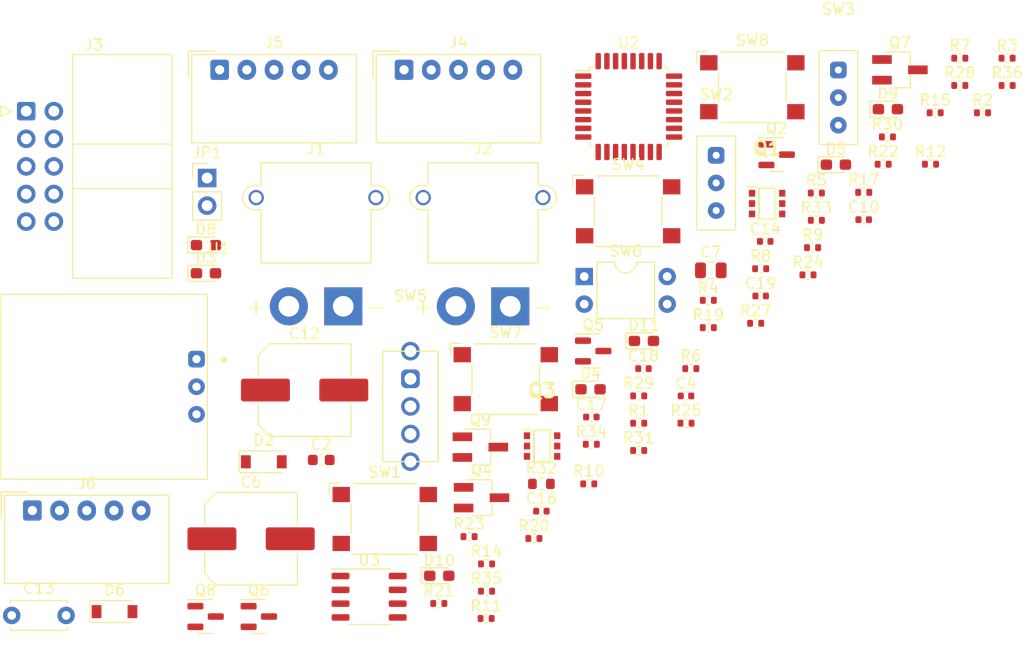
<source format=kicad_pcb>
(kicad_pcb (version 20211014) (generator pcbnew)
  (layers (0 "F.Cu" signal) (31 "B.Cu" signal) (34 "B.Paste" user) (35 "F.Paste" user) (36 "B.SilkS" user "B.Silkscreen") (37 "F.SilkS" user "F.Silkscreen") (38 "B.Mask" user) (39 "F.Mask" user) (44 "Edge.Cuts" user))
  (net 0 "")
  (net 1 "/S-S")
  (net 2 "Net-(C2-Pad2)")
  (net 3 "VBUS")
  (net 4 "GND")
  (net 5 "VDD")
  (net 6 "VCC")
  (net 7 "/VSYS")
  (net 8 "+3.3V")
  (net 9 "Net-(C13-Pad2)")
  (net 10 "Net-(D3-Pad2)")
  (net 11 "Net-(D4-Pad2)")
  (net 12 "Net-(D5-Pad2)")
  (net 14 "Net-(D8-Pad2)")
  (net 15 "Net-(D9-Pad2)")
  (net 16 "Net-(D10-Pad2)")
  (net 17 "Net-(D11-Pad2)")
  (net 18 "+12V")
  (net 20 "TCK")
  (net 21 "TMS")
  (net 22 "NRST")
  (net 24 "MainRX2_STLinkTX")
  (net 25 "MainTX2_STLinkRX")
  (net 27 "I2C1_SCL")
  (net 28 "I2C1_SDA")
  (net 29 "Encoder_OUT")
  (net 32 "RS485_MD_A")
  (net 33 "RS485_MD_B")
  (net 35 "Net-(JP1-Pad2)")
  (net 36 "Net-(Q2-Pad3)")
  (net 37 "主電源スイッチ")
  (net 38 "Net-(Q4-Pad1)")
  (net 39 "IndicatorLED")
  (net 40 "Net-(Q6-Pad1)")
  (net 41 "Net-(Q9-Pad1)")
  (net 42 "Net-(Q9-Pad3)")
  (net 43 "Tact_Switch1")
  (net 44 "Slide_Switch1")
  (net 45 "Slide_Switch2")
  (net 46 "Tact_Switch2")
  (net 47 "LED1")
  (net 48 "LED2")
  (net 49 "LED3")
  (net 50 "2PSW1")
  (net 51 "2PSW2")
  (net 52 "BOOT0")
  (net 53 "MainTX1_MAX3485RX")
  (net 60 "MainRX1_MAX3485TX")
  (footprint "Package_TO_SOT_SMD:SOT-23" (layer "F.Cu") (at 88.84 31.61)
    (fp_text reference "Q2" (at 0 -2.4) (layer "F.SilkS"))
    (fp_text value "Q_NMOS_GSD")
    (pad "1" smd roundrect (at -0.9375 -0.95) (size 1.475 0.6) (layers "F.Cu" "F.Paste" "F.Mask") (net 37 "主電源スイッチ"))
    (pad "2" smd roundrect (at -0.9375 0.95) (size 1.475 0.6) (layers "F.Cu" "F.Paste" "F.Mask") (net 4 "GND"))
    (pad "3" smd roundrect (at 0.9375 0) (size 1.475 0.6) (layers "F.Cu" "F.Paste" "F.Mask") (net 36 "Net-(Q2-Pad3)"))
  )
  (footprint "Resistor_SMD:R_0402_1005Metric" (layer "F.Cu") (at 80.51 56.31)
    (fp_text reference "R25" (at 0 -1.17) (layer "F.SilkS"))
    (fp_text value "10k")
    (pad "1" smd roundrect (at -0.51 0) (size 0.54 0.64) (layers "F.Cu" "F.Paste" "F.Mask") (net 8 "+3.3V"))
    (pad "2" smd roundrect (at 0.51 0) (size 0.54 0.64) (layers "F.Cu" "F.Paste" "F.Mask") (net 22 "NRST"))
  )
  (footprint "Capacitor_SMD:C_0402_1005Metric" (layer "F.Cu") (at 87.37 44.61)
    (fp_text reference "C19" (at 0 -1.16) (layer "F.SilkS"))
    (fp_text value "0.1uF")
    (pad "1" smd roundrect (at -0.48 0) (size 0.56 0.62) (layers "F.Cu" "F.Paste" "F.Mask") (net 8 "+3.3V"))
    (pad "2" smd roundrect (at 0.48 0) (size 0.56 0.62) (layers "F.Cu" "F.Paste" "F.Mask") (net 4 "GND"))
  )
  (footprint "Resistor_SMD:R_0402_1005Metric" (layer "F.Cu") (at 62.14 74.27)
    (fp_text reference "R11" (at 0 -1.17) (layer "F.SilkS"))
    (fp_text value "1k")
    (pad "1" smd roundrect (at -0.51 0) (size 0.54 0.64) (layers "F.Cu" "F.Paste" "F.Mask") (net 12 "Net-(D5-Pad2)"))
    (pad "2" smd roundrect (at 0.51 0) (size 0.54 0.64) (layers "F.Cu" "F.Paste" "F.Mask") (net 49 "LED3"))
  )
  (footprint "Package_TO_SOT_SMD:SOT-23" (layer "F.Cu") (at 36.36 74.09)
    (fp_text reference "Q8" (at 0 -2.4) (layer "F.SilkS"))
    (fp_text value "Q_PMOS_GSD")
    (pad "1" smd roundrect (at -0.9375 -0.95) (size 1.475 0.6) (layers "F.Cu" "F.Paste" "F.Mask") (net 9 "Net-(C13-Pad2)"))
    (pad "2" smd roundrect (at -0.9375 0.95) (size 1.475 0.6) (layers "F.Cu" "F.Paste" "F.Mask") (net 8 "+3.3V"))
    (pad "3" smd roundrect (at 0.9375 0) (size 1.475 0.6) (layers "F.Cu" "F.Paste" "F.Mask") (net 39 "IndicatorLED"))
  )
  (footprint "Resistor_SMD:R_0402_1005Metric" (layer "F.Cu") (at 82.56 47.52)
    (fp_text reference "R19" (at 0 -1.17) (layer "F.SilkS"))
    (fp_text value "10k")
    (pad "1" smd roundrect (at -0.51 0) (size 0.54 0.64) (layers "F.Cu" "F.Paste" "F.Mask") (net 4 "GND"))
    (pad "2" smd roundrect (at 0.51 0) (size 0.54 0.64) (layers "F.Cu" "F.Paste" "F.Mask") (net 3 "VBUS"))
  )
  (footprint "Capacitor_SMD:C_0402_1005Metric" (layer "F.Cu") (at 96.84 37.59)
    (fp_text reference "C10" (at 0 -1.16) (layer "F.SilkS"))
    (fp_text value "1uF")
    (pad "1" smd roundrect (at -0.48 0) (size 0.56 0.62) (layers "F.Cu" "F.Paste" "F.Mask") (net 7 "/VSYS"))
    (pad "2" smd roundrect (at 0.48 0) (size 0.56 0.62) (layers "F.Cu" "F.Paste" "F.Mask") (net 4 "GND"))
  )
  (footprint "Button_Switch_SMD:SW_SPST_Omron_B3FS-100xP" (layer "F.Cu") (at 86.605 25.41)
    (fp_text reference "SW8" (at 0 -4.3) (layer "F.SilkS"))
    (fp_text value "SW_SPST")
    (pad "1" smd rect (at -4 -2.25 180) (size 1.6 1.4) (layers "F.Cu" "F.Paste" "F.Mask") (net 22 "NRST"))
    (pad "1" smd rect (at 4 -2.25 180) (size 1.6 1.4) (layers "F.Cu" "F.Paste" "F.Mask") (net 22 "NRST"))
    (pad "2" smd rect (at 4 2.25 180) (size 1.6 1.4) (layers "F.Cu" "F.Paste" "F.Mask") (net 4 "GND"))
    (pad "2" smd rect (at -4 2.25 180) (size 1.6 1.4) (layers "F.Cu" "F.Paste" "F.Mask") (net 4 "GND"))
  )
  (footprint "Resistor_SMD:R_0402_1005Metric" (layer "F.Cu") (at 92.14 40.16)
    (fp_text reference "R9" (at 0 -1.17) (layer "F.SilkS"))
    (fp_text value "1k")
    (pad "1" smd roundrect (at -0.51 0) (size 0.54 0.64) (layers "F.Cu" "F.Paste" "F.Mask") (net 10 "Net-(D3-Pad2)"))
    (pad "2" smd roundrect (at 0.51 0) (size 0.54 0.64) (layers "F.Cu" "F.Paste" "F.Mask") (net 47 "LED1"))
  )
  (footprint "LED_SMD:LED_0603_1608Metric_Pad1.05x0.95mm_HandSolder" (layer "F.Cu") (at 57.835 70.34)
    (fp_text reference "D10" (at 0 -1.43) (layer "F.SilkS"))
    (fp_text value "Green")
    (pad "1" smd roundrect (at -0.875 0) (size 1.05 0.95) (layers "F.Cu" "F.Paste" "F.Mask") (net 4 "GND"))
    (pad "2" smd roundrect (at 0.875 0) (size 1.05 0.95) (layers "F.Cu" "F.Paste" "F.Mask") (net 16 "Net-(D10-Pad2)"))
  )
  (footprint "Diode_SMD:D_SOD-123" (layer "F.Cu") (at 27.99 73.64)
    (fp_text reference "D6" (at 0 -2) (layer "F.SilkS"))
    (fp_text value "D")
    (pad "1" smd rect (at -1.65 0) (size 0.9 1.2) (layers "F.Cu" "F.Paste" "F.Mask") (net 6 "VCC"))
    (pad "2" smd rect (at 1.65 0) (size 0.9 1.2) (layers "F.Cu" "F.Paste" "F.Mask") (net 7 "/VSYS"))
  )
  (footprint "Resistor_SMD:R_0402_1005Metric" (layer "F.Cu") (at 92.49 35.14)
    (fp_text reference "R5" (at 0 -1.17) (layer "F.SilkS"))
    (fp_text value "10k")
    (pad "1" smd roundrect (at -0.51 0) (size 0.54 0.64) (layers "F.Cu" "F.Paste" "F.Mask") (net 4 "GND"))
    (pad "2" smd roundrect (at 0.51 0) (size 0.54 0.64) (layers "F.Cu" "F.Paste" "F.Mask") (net 46 "Tact_Switch2"))
  )
  (footprint "Package_TO_SOT_SMD:SC-59_Handsoldering" (layer "F.Cu") (at 100.17 23.81)
    (fp_text reference "Q7" (at 0 -2.5) (layer "F.SilkS"))
    (fp_text value "Q_PNP_BEC")
    (pad "1" smd rect (at -1.65 -0.95) (size 1.8 0.8) (layers "F.Cu" "F.Paste" "F.Mask") (net 38 "Net-(Q4-Pad1)"))
    (pad "2" smd rect (at -1.65 0.95) (size 1.8 0.8) (layers "F.Cu" "F.Paste" "F.Mask") (net 8 "+3.3V"))
    (pad "3" smd rect (at 1.65 0) (size 1.8 0.8) (layers "F.Cu" "F.Paste" "F.Mask") (net 40 "Net-(Q6-Pad1)"))
  )
  (footprint "LED_SMD:LED_0603_1608Metric_Pad1.05x0.95mm_HandSolder" (layer "F.Cu") (at 71.735 53.19)
    (fp_text reference "D4" (at 0 -1.43) (layer "F.SilkS"))
    (fp_text value "LED")
    (pad "1" smd roundrect (at -0.875 0) (size 1.05 0.95) (layers "F.Cu" "F.Paste" "F.Mask") (net 4 "GND"))
    (pad "2" smd roundrect (at 0.875 0) (size 1.05 0.95) (layers "F.Cu" "F.Paste" "F.Mask") (net 11 "Net-(D4-Pad2)"))
  )
  (footprint "Button_Switch_SMD:SW_SPST_Omron_B3FS-100xP" (layer "F.Cu") (at 63.945 52.26)
    (fp_text reference "SW7" (at 0 -4.3) (layer "F.SilkS"))
    (fp_text value "SW_SPST")
    (pad "1" smd rect (at -4 -2.25 180) (size 1.6 1.4) (layers "F.Cu" "F.Paste" "F.Mask") (net 52 "BOOT0"))
    (pad "1" smd rect (at 4 -2.25 180) (size 1.6 1.4) (layers "F.Cu" "F.Paste" "F.Mask") (net 52 "BOOT0"))
    (pad "2" smd rect (at -4 2.25 180) (size 1.6 1.4) (layers "F.Cu" "F.Paste" "F.Mask") (net 8 "+3.3V"))
    (pad "2" smd rect (at 4 2.25 180) (size 1.6 1.4) (layers "F.Cu" "F.Paste" "F.Mask") (net 8 "+3.3V"))
  )
  (footprint "Package_TO_SOT_SMD:SOT-23" (layer "F.Cu") (at 71.98 49.67)
    (fp_text reference "Q5" (at 0 -2.4) (layer "F.SilkS"))
    (fp_text value "Q_PMOS_GSD")
    (pad "1" smd roundrect (at -0.9375 -0.95) (size 1.475 0.6) (layers "F.Cu" "F.Paste" "F.Mask") (net 9 "Net-(C13-Pad2)"))
    (pad "2" smd roundrect (at -0.9375 0.95) (size 1.475 0.6) (layers "F.Cu" "F.Paste" "F.Mask") (net 3 "VBUS"))
    (pad "3" smd roundrect (at 0.9375 0) (size 1.475 0.6) (layers "F.Cu" "F.Paste" "F.Mask") (net 39 "IndicatorLED"))
  )
  (footprint "Resistor_SMD:R_0402_1005Metric" (layer "F.Cu") (at 76.16 53.8)
    (fp_text reference "R29" (at 0 -1.17) (layer "F.SilkS"))
    (fp_text value "1k")
    (pad "1" smd roundrect (at -0.51 0) (size 0.54 0.64) (layers "F.Cu" "F.Paste" "F.Mask") (net 15 "Net-(D9-Pad2)"))
    (pad "2" smd roundrect (at 0.51 0) (size 0.54 0.64) (layers "F.Cu" "F.Paste" "F.Mask") (net 3 "VBUS"))
  )
  (footprint "Resistor_SMD:R_0402_1005Metric" (layer "F.Cu") (at 62.18 71.76)
    (fp_text reference "R35" (at 0 -1.17) (layer "F.SilkS"))
    (fp_text value "2.2k")
    (pad "1" smd roundrect (at -0.51 0) (size 0.54 0.64) (layers "F.Cu" "F.Paste" "F.Mask") (net 33 "RS485_MD_B"))
    (pad "2" smd roundrect (at 0.51 0) (size 0.54 0.64) (layers "F.Cu" "F.Paste" "F.Mask") (net 4 "GND"))
  )
  (footprint "Package_TO_SOT_SMD:SOT-23" (layer "F.Cu") (at 41.25 74.09)
    (fp_text reference "Q6" (at 0 -2.4) (layer "F.SilkS"))
    (fp_text value "Q_PMOS_GSD")
    (pad "1" smd roundrect (at -0.9375 -0.95) (size 1.475 0.6) (layers "F.Cu" "F.Paste" "F.Mask") (net 40 "Net-(Q6-Pad1)"))
    (pad "2" smd roundrect (at -0.9375 0.95) (size 1.475 0.6) (layers "F.Cu" "F.Paste" "F.Mask") (net 8 "+3.3V"))
    (pad "3" smd roundrect (at 0.9375 0) (size 1.475 0.6) (layers "F.Cu" "F.Paste" "F.Mask") (net 7 "/VSYS"))
  )
  (footprint "Capacitor_SMD:C_Elec_8x10.2" (layer "F.Cu") (at 45.46 53.26)
    (fp_text reference "C12" (at 0 -5.2) (layer "F.SilkS"))
    (fp_text value "470uF")
    (pad "1" smd roundrect (at -3.6 0) (size 4.5 2.1) (layers "F.Cu" "F.Paste" "F.Mask") (roundrect_rratio 0.119048) (net 8 "+3.3V"))
    (pad "2" smd roundrect (at 3.6 0) (size 4.5 2.1) (layers "F.Cu" "F.Paste" "F.Mask") (roundrect_rratio 0.119048) (net 4 "GND"))
  )
  (footprint "Resistor_SMD:R_0402_1005Metric" (layer "F.Cu") (at 92.49 37.65)
    (fp_text reference "R33" (at 0 -1.17) (layer "F.SilkS"))
    (fp_text value "20k")
    (pad "1" smd roundrect (at -0.51 0) (size 0.54 0.64) (layers "F.Cu" "F.Paste" "F.Mask") (net 42 "Net-(Q9-Pad3)"))
    (pad "2" smd roundrect (at 0.51 0) (size 0.54 0.64) (layers "F.Cu" "F.Paste" "F.Mask") (net 4 "GND"))
  )
  (footprint "Resistor_SMD:R_0402_1005Metric" (layer "F.Cu") (at 71.81 58.25)
    (fp_text reference "R34" (at 0 -1.17) (layer "F.SilkS"))
    (fp_text value "2.2k")
    (pad "1" smd roundrect (at -0.51 0) (size 0.54 0.64) (layers "F.Cu" "F.Paste" "F.Mask") (net 8 "+3.3V"))
    (pad "2" smd roundrect (at 0.51 0) (size 0.54 0.64) (layers "F.Cu" "F.Paste" "F.Mask") (net 32 "RS485_MD_A"))
  )
  (footprint "Capacitor_SMD:C_0402_1005Metric" (layer "F.Cu") (at 67.22 64.4)
    (fp_text reference "C16" (at 0 -1.16) (layer "F.SilkS"))
    (fp_text value "0.1uF")
    (pad "1" smd roundrect (at -0.48 0) (size 0.56 0.62) (layers "F.Cu" "F.Paste" "F.Mask") (net 8 "+3.3V"))
    (pad "2" smd roundrect (at 0.48 0) (size 0.56 0.62) (layers "F.Cu" "F.Paste" "F.Mask") (net 4 "GND"))
  )
  (footprint "Resistor_SMD:R_0402_1005Metric" (layer "F.Cu") (at 76.16 56.31)
    (fp_text reference "R1" (at 0 -1.17) (layer "F.SilkS"))
    (fp_text value "10k")
    (pad "1" smd roundrect (at -0.51 0) (size 0.54 0.64) (layers "F.Cu" "F.Paste" "F.Mask") (net 4 "GND"))
    (pad "2" smd roundrect (at 0.51 0) (size 0.54 0.64) (layers "F.Cu" "F.Paste" "F.Mask") (net 43 "Tact_Switch1"))
  )
  (footprint "Resistor_SMD:R_0402_1005Metric" (layer "F.Cu") (at 71.57 61.89)
    (fp_text reference "R10" (at 0 -1.17) (layer "F.SilkS"))
    (fp_text value "1k")
    (pad "1" smd roundrect (at -0.51 0) (size 0.54 0.64) (layers "F.Cu" "F.Paste" "F.Mask") (net 11 "Net-(D4-Pad2)"))
    (pad "2" smd roundrect (at 0.51 0) (size 0.54 0.64) (layers "F.Cu" "F.Paste" "F.Mask") (net 48 "LED2"))
  )
  (footprint "Resistor_SMD:R_0402_1005Metric" (layer "F.Cu") (at 105.67 25.25)
    (fp_text reference "R28" (at 0 -1.17) (layer "F.SilkS"))
    (fp_text value "1k")
    (pad "1" smd roundrect (at -0.51 0) (size 0.54 0.64) (layers "F.Cu" "F.Paste" "F.Mask") (net 14 "Net-(D8-Pad2)"))
    (pad "2" smd roundrect (at 0.51 0) (size 0.54 0.64) (layers "F.Cu" "F.Paste" "F.Mask") (net 7 "/VSYS"))
  )
  (footprint "Capacitor_THT:C_Disc_D5.0mm_W2.5mm_P5.00mm" (layer "F.Cu") (at 18.54 73.99)
    (fp_text reference "C13" (at 2.5 -2.5) (layer "F.SilkS"))
    (fp_text value "ADJ_ST")
    (pad "1" thru_hole circle (at 0 0) (size 1.6 1.6) (drill 0.8) (layers *.Cu *.Mask) (net 4 "GND"))
    (pad "2" thru_hole circle (at 5 0) (size 1.6 1.6) (drill 0.8) (layers *.Cu *.Mask) (net 9 "Net-(C13-Pad2)"))
  )
  (footprint "Package_SO:SOP-8_3.9x4.9mm_P1.27mm" (layer "F.Cu") (at 51.39 72.27)
    (fp_text reference "U3" (at 0 -3.4) (layer "F.SilkS"))
    (fp_text value "MAX3485")
    (pad "1" smd roundrect (at -2.625 -1.905) (size 1.65 0.6) (layers "F.Cu" "F.Paste" "F.Mask") (net 60 "MainRX1_MAX3485TX"))
    (pad "2" smd roundrect (at -2.625 -0.635) (size 1.65 0.6) (layers "F.Cu" "F.Paste" "F.Mask") (net 42 "Net-(Q9-Pad3)"))
    (pad "3" smd roundrect (at -2.625 0.635) (size 1.65 0.6) (layers "F.Cu" "F.Paste" "F.Mask") (net 42 "Net-(Q9-Pad3)"))
    (pad "4" smd roundrect (at -2.625 1.905) (size 1.65 0.6) (layers "F.Cu" "F.Paste" "F.Mask") (net 53 "MainTX1_MAX3485RX"))
    (pad "5" smd roundrect (at 2.625 1.905) (size 1.65 0.6) (layers "F.Cu" "F.Paste" "F.Mask") (net 4 "GND"))
    (pad "6" smd roundrect (at 2.625 0.635) (size 1.65 0.6) (layers "F.Cu" "F.Paste" "F.Mask") (net 32 "RS485_MD_A"))
    (pad "7" smd roundrect (at 2.625 -0.635) (size 1.65 0.6) (layers "F.Cu" "F.Paste" "F.Mask") (net 33 "RS485_MD_B"))
    (pad "8" smd roundrect (at 2.625 -1.905) (size 1.65 0.6) (layers "F.Cu" "F.Paste" "F.Mask") (net 8 "+3.3V"))
  )
  (footprint "Capacitor_SMD:C_0402_1005Metric" (layer "F.Cu") (at 71.81 55.74)
    (fp_text reference "C17" (at 0 -1.16) (layer "F.SilkS"))
    (fp_text value "1uF")
    (pad "1" smd roundrect (at -0.48 0) (size 0.56 0.62) (layers "F.Cu" "F.Paste" "F.Mask") (net 8 "+3.3V"))
    (pad "2" smd roundrect (at 0.48 0) (size 0.56 0.62) (layers "F.Cu" "F.Paste" "F.Mask") (net 4 "GND"))
  )
  (footprint "Resistor_SMD:R_0402_1005Metric" (layer "F.Cu") (at 86.91 47.12)
    (fp_text reference "R27" (at 0 -1.17) (layer "F.SilkS"))
    (fp_text value "10k")
    (pad "1" smd roundrect (at -0.51 0) (size 0.54 0.64) (layers "F.Cu" "F.Paste" "F.Mask") (net 52 "BOOT0"))
    (pad "2" smd roundrect (at 0.51 0) (size 0.54 0.64) (layers "F.Cu" "F.Paste" "F.Mask") (net 4 "GND"))
  )
  (footprint "Package_TO_SOT_SMD:SC-59_Handsoldering" (layer "F.Cu") (at 61.72 63.16)
    (fp_text reference "Q4" (at 0 -2.5) (layer "F.SilkS"))
    (fp_text value "Q_PNP_BEC")
    (pad "1" smd rect (at -1.65 -0.95) (size 1.8 0.8) (layers "F.Cu" "F.Paste" "F.Mask") (net 38 "Net-(Q4-Pad1)"))
    (pad "2" smd rect (at -1.65 0.95) (size 1.8 0.8) (layers "F.Cu" "F.Paste" "F.Mask") (net 7 "/VSYS"))
    (pad "3" smd rect (at 1.65 0) (size 1.8 0.8) (layers "F.Cu" "F.Paste" "F.Mask") (net 38 "Net-(Q4-Pad1)"))
  )
  (footprint "Connector_Molex:Molex_SPOX_5268-05A_1x05_P2.50mm_Horizontal" (layer "F.Cu") (at 37.65 23.81)
    (fp_text reference "J5" (at 5 -2.5) (layer "F.SilkS"))
    (fp_text value "Conn_01x05_Female")
    (pad "1" thru_hole roundrect (at 0 0) (size 1.7 1.85) (drill 0.85) (layers *.Cu *.Mask) (roundrect_rratio 0.147059) (net 4 "GND"))
    (pad "2" thru_hole oval (at 2.5 0) (size 1.7 1.85) (drill 0.85) (layers *.Cu *.Mask))
    (pad "3" thru_hole oval (at 5 0) (size 1.7 1.85) (drill 0.85) (layers *.Cu *.Mask))
    (pad "4" thru_hole oval (at 7.5 0) (size 1.7 1.85) (drill 0.85) (layers *.Cu *.Mask) (net 32 "RS485_MD_A"))
    (pad "5" thru_hole oval (at 10 0) (size 1.7 1.85) (drill 0.85) (layers *.Cu *.Mask) (net 33 "RS485_MD_B"))
  )
  (footprint "Resistor_SMD:R_0402_1005Metric" (layer "F.Cu") (at 99.02 29.98)
    (fp_text reference "R30" (at 0 -1.17) (layer "F.SilkS"))
    (fp_text value "1k")
    (pad "1" smd roundrect (at -0.51 0) (size 0.54 0.64) (layers "F.Cu" "F.Paste" "F.Mask") (net 16 "Net-(D10-Pad2)"))
    (pad "2" smd roundrect (at 0.51 0) (size 0.54 0.64) (layers "F.Cu" "F.Paste" "F.Mask") (net 39 "IndicatorLED"))
  )
  (footprint "Connector_PinHeader_2.54mm:PinHeader_1x02_P2.54mm_Vertical" (layer "F.Cu") (at 36.5 33.76)
    (fp_text reference "JP1" (at 0 -2.33) (layer "F.SilkS"))
    (fp_text value "Jumper_2_Open")
    (pad "1" thru_hole rect (at 0 0) (size 1.7 1.7) (drill 1) (layers *.Cu *.Mask) (net 32 "RS485_MD_A"))
    (pad "2" thru_hole oval (at 0 2.54) (size 1.7 1.7) (drill 1) (layers *.Cu *.Mask) (net 35 "Net-(JP1-Pad2)"))
  )
  (footprint "Resistor_SMD:R_0402_1005Metric" (layer "F.Cu") (at 110.02 25.25)
    (fp_text reference "R36" (at 0 -1.17) (layer "F.SilkS"))
    (fp_text value "120")
    (pad "1" smd roundrect (at -0.51 0) (size 0.54 0.64) (layers "F.Cu" "F.Paste" "F.Mask") (net 35 "Net-(JP1-Pad2)"))
    (pad "2" smd roundrect (at 0.51 0) (size 0.54 0.64) (layers "F.Cu" "F.Paste" "F.Mask") (net 33 "RS485_MD_B"))
  )
  (footprint "Resistor_SMD:R_0402_1005Metric" (layer "F.Cu") (at 66.53 66.91)
    (fp_text reference "R20" (at 0 -1.17) (layer "F.SilkS"))
    (fp_text value "10k")
    (pad "1" smd roundrect (at -0.51 0) (size 0.54 0.64) (layers "F.Cu" "F.Paste" "F.Mask") (net 4 "GND"))
    (pad "2" smd roundrect (at 0.51 0) (size 0.54 0.64) (layers "F.Cu" "F.Paste" "F.Mask") (net 38 "Net-(Q4-Pad1)"))
  )
  (footprint "Diode_SMD:D_SOD-123" (layer "F.Cu") (at 41.71 59.86)
    (fp_text reference "D2" (at 0 -2) (layer "F.SilkS"))
    (fp_text value "D_Schottky")
    (pad "1" smd rect (at -1.65 0) (size 0.9 1.2) (layers "F.Cu" "F.Paste" "F.Mask") (net 6 "VCC"))
    (pad "2" smd rect (at 1.65 0) (size 0.9 1.2) (layers "F.Cu" "F.Paste" "F.Mask") (net 5 "VDD"))
  )
  (footprint "DCDC_Regulator:BP5293" (layer "F.Cu") (at 35.525 52.955)
    (fp_text reference "U1" (at 2.032 -12.7 unlocked) (layer "F.SilkS"))
    (fp_text value "BP5293-33")
    (pad "1" thru_hole roundrect (at 0 -2.54) (size 1.524 1.524) (drill 0.762) (layers *.Cu *.Mask) (net 6 "VCC"))
    (pad "2" thru_hole circle (at 0 0) (size 1.524 1.524) (drill 0.762) (layers *.Cu *.Mask) (net 4 "GND"))
    (pad "3" thru_hole circle (at 0 2.54) (size 1.524 1.524) (drill 0.762) (layers *.Cu *.Mask) (net 7 "/VSYS"))
  )
  (footprint "LED_SMD:LED_0603_1608Metric_Pad1.05x0.95mm_HandSolder" (layer "F.Cu") (at 36.395 42.52)
    (fp_text reference "D3" (at 0 -1.43) (layer "F.SilkS"))
    (fp_text value "LED")
    (pad "1" smd roundrect (at -0.875 0) (size 1.05 0.95) (layers "F.Cu" "F.Paste" "F.Mask") (net 4 "GND"))
    (pad "2" smd roundrect (at 0.875 0) (size 1.05 0.95) (layers "F.Cu" "F.Paste" "F.Mask") (net 10 "Net-(D3-Pad2)"))
  )
  (footprint "Button_Switch_SMD:SW_SPST_Omron_B3FS-100xP" (layer "F.Cu") (at 52.825 65.12)
    (fp_text reference "SW1" (at 0 -4.3) (layer "F.SilkS"))
    (fp_text value "SW_SPST")
    (pad "1" smd rect (at 4 -2.25 180) (size 1.6 1.4) (layers "F.Cu" "F.Paste" "F.Mask") (net 43 "Tact_Switch1"))
    (pad "1" smd rect (at -4 -2.25 180) (size 1.6 1.4) (layers "F.Cu" "F.Paste" "F.Mask") (net 43 "Tact_Switch1"))
    (pad "2" smd rect (at 4 2.25 180) (size 1.6 1.4) (layers "F.Cu" "F.Paste" "F.Mask") (net 8 "+3.3V"))
    (pad "2" smd rect (at -4 2.25 180) (size 1.6 1.4) (layers "F.Cu" "F.Paste" "F.Mask") (net 8 "+3.3V"))
  )
  (footprint "Capacitor_SMD:C_0603_1608Metric" (layer "F.Cu") (at 46.99 59.69)
    (fp_text reference "C2" (at 0 -1.43) (layer "F.SilkS"))
    (fp_text value "4.7uF")
    (pad "1" smd roundrect (at -0.775 0) (size 0.9 0.95) (layers "F.Cu" "F.Paste" "F.Mask") (net 1 "/S-S"))
    (pad "2" smd roundrect (at 0.775 0) (size 0.9 0.95) (layers "F.Cu" "F.Paste" "F.Mask") (net 2 "Net-(C2-Pad2)"))
  )
  (footprint "Resistor_SMD:R_0402_1005Metric" (layer "F.Cu") (at 80.95 51.29)
    (fp_text reference "R6" (at 0 -1.17) (layer "F.SilkS"))
    (fp_text value "10k")
    (pad "1" smd roundrect (at -0.51 0) (size 0.54 0.64) (layers "F.Cu" "F.Paste" "F.Mask") (net 1 "/S-S"))
    (pad "2" smd roundrect (at 0.51 0) (size 0.54 0.64) (layers "F.Cu" "F.Paste" "F.Mask") (net 2 "Net-(C2-Pad2)"))
  )
  (footprint "Capacitor_SMD:C_0402_1005Metric" (layer "F.Cu") (at 87.79 39.59)
    (fp_text reference "C14" (at 0 -1.16) (layer "F.SilkS"))
    (fp_text value "0.1uF")
    (pad "1" smd roundrect (at -0.48 0) (size 0.56 0.62) (layers "F.Cu" "F.Paste" "F.Mask") (net 8 "+3.3V"))
    (pad "2" smd roundrect (at 0.48 0) (size 0.56 0.62) (layers "F.Cu" "F.Paste" "F.Mask") (net 4 "GND"))
  )
  (footprint "Resistor_SMD:R_0402_1005Metric" (layer "F.Cu") (at 57.79 72.89)
    (fp_text reference "R21" (at 0 -1.17) (layer "F.SilkS"))
    (fp_text value "10k")
    (pad "1" smd roundrect (at -0.51 0) (size 0.54 0.64) (layers "F.Cu" "F.Paste" "F.Mask") (net 7 "/VSYS"))
    (pad "2" smd roundrect (at 0.51 0) (size 0.54 0.64) (layers "F.Cu" "F.Paste" "F.Mask") (net 9 "Net-(C13-Pad2)"))
  )
  (footprint "LED_SMD:LED_0603_1608Metric_Pad1.05x0.95mm_HandSolder" (layer "F.Cu") (at 36.395 39.93)
    (fp_text reference "D8" (at 0 -1.43) (layer "F.SilkS"))
    (fp_text value "Green")
    (pad "1" smd roundrect (at -0.875 0) (size 1.05 0.95) (layers "F.Cu" "F.Paste" "F.Mask") (net 4 "GND"))
    (pad "2" smd roundrect (at 0.875 0) (size 1.05 0.95) (layers "F.Cu" "F.Paste" "F.Mask") (net 14 "Net-(D8-Pad2)"))
  )
  (footprint "Button_Switch_SMD:SW_SPST_Omron_B3FS-100xP" (layer "F.Cu") (at 75.195 36.82)
    (fp_text reference "SW4" (at 0 -4.3) (layer "F.SilkS"))
    (fp_text value "SW_SPST")
    (pad "1" smd rect (at -4 -2.25 180) (size 1.6 1.4) (layers "F.Cu" "F.Paste" "F.Mask") (net 46 "Tact_Switch2"))
    (pad "1" smd rect (at 4 -2.25 180) (size 1.6 1.4) (layers "F.Cu" "F.Paste" "F.Mask") (net 46 "Tact_Switch2"))
    (pad "2" smd rect (at -4 2.25 180) (size 1.6 1.4) (layers "F.Cu" "F.Paste" "F.Mask") (net 8 "+3.3V"))
    (pad "2" smd rect (at 4 2.25 180) (size 1.6 1.4) (layers "F.Cu" "F.Paste" "F.Mask") (net 8 "+3.3V"))
  )
  (footprint "LED_SMD:LED_0603_1608Metric_Pad1.05x0.95mm_HandSolder" (layer "F.Cu") (at 99.065 27.43)
    (fp_text reference "D9" (at 0 -1.43) (layer "F.SilkS"))
    (fp_text value "Green")
    (pad "1" smd roundrect (at -0.875 0) (size 1.05 0.95) (layers "F.Cu" "F.Paste" "F.Mask") (net 4 "GND"))
    (pad "2" smd roundrect (at 0.875 0) (size 1.05 0.95) (layers "F.Cu" "F.Paste" "F.Mask") (net 15 "Net-(D9-Pad2)"))
  )
  (footprint "Connector_Molex:Molex_SPOX_5268-05A_1x05_P2.50mm_Horizontal" (layer "F.Cu") (at 20.44 64.34)
    (fp_text reference "J6" (at 5 -2.5) (layer "F.SilkS"))
    (fp_text value "Conn_01x05_Female")
    (pad "1" thru_hole roundrect (at 0 0) (size 1.7 1.85) (drill 0.85) (layers *.Cu *.Mask) (roundrect_rratio 0.147059) (net 4 "GND"))
    (pad "2" thru_hole oval (at 2.5 0) (size 1.7 1.85) (drill 0.85) (layers *.Cu *.Mask))
    (pad "3" thru_hole oval (at 5 0) (size 1.7 1.85) (drill 0.85) (layers *.Cu *.Mask))
    (pad "4" thru_hole oval (at 7.5 0) (size 1.7 1.85) (drill 0.85) (layers *.Cu *.Mask) (net 32 "RS485_MD_A"))
    (pad "5" thru_hole oval (at 10 0) (size 1.7 1.85) (drill 0.85) (layers *.Cu *.Mask) (net 33 "RS485_MD_B"))
  )
  (footprint "Capacitor_SMD:C_Elec_8x10.2" (layer "F.Cu") (at 40.54 66.94)
    (fp_text reference "C6" (at 0 -5.2) (layer "F.SilkS"))
    (fp_text value "470uF")
    (pad "1" smd roundrect (at -3.6 0) (size 4.5 2.1) (layers "F.Cu" "F.Paste" "F.Mask") (roundrect_rratio 0.119048) (net 6 "VCC"))
    (pad "2" smd roundrect (at 3.6 0) (size 4.5 2.1) (layers "F.Cu" "F.Paste" "F.Mask") (roundrect_rratio 0.119048) (net 4 "GND"))
  )
  (footprint "Resistor_SMD:R_0402_1005Metric" (layer "F.Cu") (at 96.84 35.08)
    (fp_text reference "R17" (at 0 -1.17) (layer "F.SilkS"))
    (fp_text value "10k")
    (pad "1" smd roundrect (at -0.51 0) (size 0.54 0.64) (layers "F.Cu" "F.Paste" "F.Mask") (net 4 "GND"))
    (pad "2" smd roundrect (at 0.51 0) (size 0.54 0.64) (layers "F.Cu" "F.Paste" "F.Mask") (net 7 "/VSYS"))
  )
  (footprint "Resistor_SMD:R_0402_1005Metric" (layer "F.Cu") (at 60.57 66.74)
    (fp_text reference "R23" (at 0 -1.17) (layer "F.SilkS"))
    (fp_text value "10k")
    (pad "1" smd roundrect (at -0.51 0) (size 0.54 0.64) (layers "F.Cu" "F.Paste" "F.Mask") (net 4 "GND"))
    (pad "2" smd roundrect (at 0.51 0) (size 0.54 0.64) (layers "F.Cu" "F.Paste" "F.Mask") (net 40 "Net-(Q6-Pad1)"))
  )
  (footprint "Connector_AMASS:AMASS_XT30PW-M_1x02_P2.50mm_Horizontal" (layer "F.Cu") (at 49.01 45.56)
    (fp_text reference "J1" (at -2.5 -14.5) (layer "F.SilkS"))
    (fp_text value "Conn_01x02_Female")
    (fp_text user "-" (at 3 0) (layer "F.SilkS") (effects (font (size 1.5 1.5))))
    (fp_text user "+" (at -8 0) (layer "F.SilkS") (effects (font (size 1.5 1.5))))
    (pad "" thru_hole circle (at -8 -10) (size 1.4 1.4) (drill 1) (layers *.Cu *.Mask))
    (pad "" thru_hole circle (at 3 -10) (size 1.4 1.4) (drill 1) (layers *.Cu *.Mask))
    (pad "1" thru_hole rect (at 0 0) (size 3.5 3.5) (drill 1.9) (layers *.Cu *.Mask) (net 4 "GND"))
    (pad "2" thru_hole circle (at -5 0) (size 3.5 3.5) (drill 1.9) (layers *.Cu *.Mask) (net 18 "+12V"))
  )
  (footprint "Toggle_Switch:3P_SPDT_5Pin_ToggleSwitch" (layer "F.Cu") (at 55.185 54.765)
    (fp_text reference "SW5" (at 0 -10.16 unlocked) (layer "F.SilkS"))
    (fp_text value "SW_SPDT")
    (pad "" thru_hole circle (at 0 5.08) (size 1.7 1.7) (drill 1.1) (layers *.Cu *.Mask))
    (pad "" thru_hole circle (at 0 -5.08) (size 1.7 1.7) (drill 1.1) (layers *.Cu *.Mask))
    (pad "1" thru_hole roundrect (at 0 -2.54) (size 1.7 1.7) (drill 1.1) (layers *.Cu *.Mask) (net 37 "主電源スイッチ"))
    (pad "2" thru_hole circle (at 0 0) (size 1.7 1.7) (drill 1.1) (layers *.Cu *.Mask) (net 1 "/S-S"))
    (pad "3" thru_hole circle (at 0 2.54) (size 1.7 1.7) (drill 1.1) (layers *.Cu *.Mask))
  )
  (footprint "Resistor_SMD:R_0402_1005Metric" (layer "F.Cu") (at 103.41 27.76)
    (fp_text reference "R15" (at 0 -1.17) (layer "F.SilkS"))
    (fp_text value "10k")
    (pad "1" smd roundrect (at -0.51 0) (size 0.54 0.64) (layers "F.Cu" "F.Paste" "F.Mask") (net 4 "GND"))
    (pad "2" smd roundrect (at 0.51 0) (size 0.54 0.64) (layers "F.Cu" "F.Paste" "F.Mask") (net 6 "VCC"))
  )
  (footprint "Resistor_SMD:R_0402_1005Metric" (layer "F.Cu") (at 105.67 22.74)
    (fp_text reference "R7" (at 0 -1.17) (layer "F.SilkS"))
    (fp_text value "1k")
    (pad "1" smd roundrect (at -0.51 0) (size 0.54 0.64) (layers "F.Cu" "F.Paste" "F.Mask") (net 2 "Net-(C2-Pad2)"))
    (pad "2" smd roundrect (at 0.51 0) (size 0.54 0.64) (layers "F.Cu" "F.Paste" "F.Mask") (net 36 "Net-(Q2-Pad3)"))
  )
  (footprint "Resistor_SMD:R_0402_1005Metric" (layer "F.Cu") (at 91.72 42.67)
    (fp_text reference "R24" (at 0 -1.17) (layer "F.SilkS"))
    (fp_text value "10k")
    (pad "1" smd roundrect (at -0.51 0) (size 0.54 0.64) (layers "F.Cu" "F.Paste" "F.Mask") (net 4 "GND"))
    (pad "2" smd roundrect (at 0.51 0) (size 0.54 0.64) (layers "F.Cu" "F.Paste" "F.Mask") (net 8 "+3.3V"))
  )
  (footprint "Resistor_SMD:R_0402_1005Metric" (layer "F.Cu") (at 82.56 45.01)
    (fp_text reference "R4" (at 0 -1.17) (layer "F.SilkS"))
    (fp_text value "10k")
    (pad "1" smd roundrect (at -0.51 0) (size 0.54 0.64) (layers "F.Cu" "F.Paste" "F.Mask") (net 45 "Slide_Switch2"))
    (pad "2" smd roundrect (at 0.51 0) (size 0.54 0.64) (layers "F.Cu" "F.Paste" "F.Mask") (net 4 "GND"))
  )
  (footprint "Connector_Molex:Molex_SPOX_5268-05A_1x05_P2.50mm_Horizontal" (layer "F.Cu") (at 54.6 23.81)
    (fp_text reference "J4" (at 5 -2.5) (layer "F.SilkS"))
    (fp_text value "Conn_01x05_Female")
    (pad "1" thru_hole roundrect (at 0 0) (size 1.7 1.85) (drill 0.85) (layers *.Cu *.Mask) (roundrect_rratio 0.147059) (net 4 "GND"))
    (pad "2" thru_hole oval (at 2.5 0) (size 1.7 1.85) (drill 0.85) (layers *.Cu *.Mask) (net 8 "+3.3V"))
    (pad "3" thru_hole oval (at 5 0) (size 1.7 1.85) (drill 0.85) (layers *.Cu *.Mask) (net 27 "I2C1_SCL"))
    (pad "4" thru_hole oval (at 7.5 0) (size 1.7 1.85) (drill 0.85) (layers *.Cu *.Mask) (net 28 "I2C1_SDA"))
    (pad "5" thru_hole oval (at 10 0) (size 1.7 1.85) (drill 0.85) (layers *.Cu *.Mask) (net 29 "Encoder_OUT"))
  )
  (footprint "Resistor_SMD:R_0402_1005Metric" (layer "F.Cu") (at 76.16 58.82)
    (fp_text reference "R31" (at 0 -1.17) (layer "F.SilkS"))
    (fp_text value "1k")
    (pad "1" smd roundrect (at -0.51 0) (size 0.54 0.64) (layers "F.Cu" "F.Paste" "F.Mask") (net 17 "Net-(D11-Pad2)"))
    (pad "2" smd roundrect (at 0.51 0) (size 0.54 0.64) (layers "F.Cu" "F.Paste" "F.Mask") (net 8 "+3.3V"))
  )
  (footprint "Slide_Switch:3P_SPDT_SlideSwitch" (layer "F.Cu") (at 83.283 34.213)
    (fp_text reference "SW2" (at 0 -8.128 unlocked) (layer "F.SilkS"))
    (fp_text value "SW_SPDT")
    (pad "1" thru_hole roundrect (at 0 -2.54) (size 1.524 1.524) (drill 0.65) (layers *.Cu *.Mask) (net 44 "Slide_Switch1"))
    (pad "2" thru_hole circle (at 0 0) (size 1.524 1.524) (drill 0.65) (layers *.Cu *.Mask) (net 8 "+3.3V"))
    (pad "3" thru_hole circle (at 0 2.54) (size 1.524 1.524) (drill 0.65) (layers *.Cu *.Mask))
  )
  (footprint "Capacitor_SMD:C_0402_1005Metric" (layer "F.Cu") (at 80.51 53.8)
    (fp_text reference "C4" (at 0 -1.16) (layer "F.SilkS"))
    (fp_text value "0.1uF")
    (pad "1" smd roundrect (at -0.48 0) (size 0.56 0.62) (layers "F.Cu" "F.Paste" "F.Mask") (net 3 "VBUS"))
    (pad "2" smd roundrect (at 0.48 0) (size 0.56 0.62) (layers "F.Cu" "F.Paste" "F.Mask") (net 4 "GND"))
  )
  (footprint "Capacitor_SMD:C_0402_1005Metric" (layer "F.Cu") (at 76.6 51.29)
    (fp_text reference "C18" (at 0 -1.16) (layer "F.SilkS"))
    (fp_text value "0.1uF")
    (pad "1" smd roundrect (at -0.48 0) (size 0.56 0.62) (layers "F.Cu" "F.Paste" "F.Mask") (net 8 "+3.3V"))
    (pad "2" smd roundrect (at 0.48 0) (size 0.56 0.62) (layers "F.Cu" "F.Paste" "F.Mask") (net 4 "GND"))
  )
  (footprint "LED_SMD:LED_0603_1608Metric_Pad1.05x0.95mm_HandSolder" (layer "F.Cu") (at 94.285 32.53)
    (fp_text reference "D5" (at 0 -1.43) (layer "F.SilkS"))
    (fp_text value "LED")
    (pad "1" smd roundrect (at -0.875 0) (size 1.05 0.95) (layers "F.Cu" "F.Paste" "F.Mask") (net 4 "GND"))
    (pad "2" smd roundrect (at 0.875 0) (size 1.05 0.95) (layers "F.Cu" "F.Paste" "F.Mask") (net 12 "Net-(D5-Pad2)"))
  )
  (footprint "Slide_Switch:3P_SPDT_SlideSwitch" (layer "F.Cu") (at 94.513 26.363)
    (fp_text reference "SW3" (at 0 -8.128 unlocked) (layer "F.SilkS"))
    (fp_text value "SW_SPDT")
    (pad "1" thru_hole roundrect (at 0 -2.54) (size 1.524 1.524) (drill 0.65) (layers *.Cu *.Mask) (net 45 "Slide_Switch2"))
    (pad "2" thru_hole circle (at 0 0) (size 1.524 1.524) (drill 0.65) (layers *.Cu *.Mask) (net 8 "+3.3V"))
    (pad "3" thru_hole circle (at 0 2.54) (size 1.524 1.524) (drill 0.65) (layers *.Cu *.Mask))
  )
  (footprint "TSOP6F:SSM6J808R" (layer "F.Cu") (at 87.965 36.11)
    (fp_text reference "Q1" (at 0 -5.08) (layer "F.SilkS") (effects (font (size 1.27 1.27) (thickness 0.254))))
    (fp_text value "SSM6J808R" hide)
    (pad "1" smd rect (at -1.388 -0.95) (size 0.575 0.62) (layers "F.Cu" "F.Paste" "F.Mask") (net 18 "+12V"))
    (pad "2" smd rect (at -1.388 0) (size 0.575 0.62) (layers "F.Cu" "F.Paste" "F.Mask") (net 18 "+12V"))
    (pad "3" smd rect (at -1.388 0.95) (size 0.575 0.62) (layers "F.Cu" "F.Paste" "F.Mask") (net 4 "GND"))
    (pad "4" smd rect (at 1.388 0.95) (size 0.575 0.62) (layers "F.Cu" "F.Paste" "F.Mask") (net 1 "/S-S"))
    (pad "5" smd rect (at 1.388 0) (size 0.575 0.62) (layers "F.Cu" "F.Paste" "F.Mask") (net 18 "+12V"))
    (pad "6" smd rect (at 1.388 -0.95) (size 0.575 0.62) (layers "F.Cu" "F.Paste" "F.Mask") (net 18 "+12V"))
  )
  (footprint "Package_QFP:LQFP-32_7x7mm_P0.8mm" (layer "F.Cu") (at 75.24 27.19)
    (fp_text reference "U2" (at 0 -5.88) (layer "F.SilkS"))
    (fp_text value "STM32F303K8Tx")
    (pad "1" smd roundrect (at -4.175 -2.8) (size 1.5 0.5) (layers "F.Cu" "F.Paste" "F.Mask") (net 8 "+3.3V"))
    (pad "2" smd roundrect (at -4.175 -2) (size 1.5 0.5) (layers "F.Cu" "F.Paste" "F.Mask"))
    (pad "3" smd roundrect (at -4.175 -1.2) (size 1.5 0.5) (layers "F.Cu" "F.Paste" "F.Mask"))
    (pad "4" smd roundrect (at -4.175 -0.4) (size 1.5 0.5) (layers "F.Cu" "F.Paste" "F.Mask") (net 22 "NRST"))
    (pad "5" smd roundrect (at -4.175 0.4) (size 1.5 0.5) (layers "F.Cu" "F.Paste" "F.Mask") (net 8 "+3.3V"))
    (pad "6" smd roundrect (at -4.175 1.2) (size 1.5 0.5) (layers "F.Cu" "F.Paste" "F.Mask"))
    (pad "7" smd roundrect (at -4.175 2) (size 1.5 0.5) (layers "F.Cu" "F.Paste" "F.Mask") (net 47 "LED1"))
    (pad "8" smd roundrect (at -4.175 2.8) (size 1.5 0.5) (layers "F.Cu" "F.Paste" "F.Mask") (net 25 "MainTX2_STLinkRX"))
    (pad "9" smd roundrect (at -2.8 4.175) (size 0.5 1.5) (layers "F.Cu" "F.Paste" "F.Mask") (net 29 "Encoder_OUT"))
    (pad "10" smd roundrect (at -2 4.175) (size 0.5 1.5) (layers "F.Cu" "F.Paste" "F.Mask"))
    (pad "11" smd roundrect (at -1.2 4.175) (size 0.5 1.5) (layers "F.Cu" "F.Paste" "F.Mask") (net 48 "LED2"))
    (pad "12" smd roundrect (at -0.4 4.175) (size 0.5 1.5) (layers "F.Cu" "F.Paste" "F.Mask") (net 49 "LED3"))
    (pad "13" smd roundrect (at 0.4 4.175) (size 0.5 1.5) (layers "F.Cu" "F.Paste" "F.Mask") (net 50 "2PSW1"))
    (pad "14" smd roundrect (at 1.2 4.175) (size 0.5 1.5) (layers "F.Cu" "F.Paste" "F.Mask") (net 51 "2PSW2"))
    (pad "15" smd roundrect (at 2 4.175) (size 0.5 1.5) (layers "F.Cu" "F.Paste" "F.Mask") (net 44 "Slide_Switch1"))
    (pad "16" smd roundrect (at 2.8 4.175) (size 0.5 1.5) (layers "F.Cu" "F.Paste" "F.Mask") (net 4 "GND"))
    (pad "17" smd roundrect (at 4.175 2.8) (size 1.5 0.5) (layers "F.Cu" "F.Paste" "F.Mask") (net 8 "+3.3V"))
    (pad "18" smd roundrect (at 4.175 2) (size 1.5 0.5) (layers "F.Cu" "F.Paste" "F.Mask") (net 43 "Tact_Switch1"))
    (pad "19" smd roundrect (at 4.175 1.2) (size 1.5 0.5) (layers "F.Cu" "F.Paste" "F.Mask") (net 53 "MainTX1_MAX3485RX"))
    (pad "20" smd roundrect (at 4.175 0.4) (size 1.5 0.5) (layers "F.Cu" "F.Paste" "F.Mask") (net 60 "MainRX1_MAX3485TX"))
    (pad "21" smd roundrect (at 4.175 -0.4) (size 1.5 0.5) (layers "F.Cu" "F.Paste" "F.Mask") (net 46 "Tact_Switch2"))
    (pad "22" smd roundrect (at 4.175 -1.2) (size 1.5 0.5) (layers "F.Cu" "F.Paste" "F.Mask") (net 45 "Slide_Switch2"))
    (pad "23" smd roundrect (at 4.175 -2) (size 1.5 0.5) (layers "F.Cu" "F.Paste" "F.Mask") (net 21 "TMS"))
    (pad "24" smd roundrect (at 4.175 -2.8) (size 1.5 0.5) (layers "F.Cu" "F.Paste" "F.Mask") (net 20 "TCK"))
    (pad "25" smd roundrect (at 2.8 -4.175) (size 0.5 1.5) (layers "F.Cu" "F.Paste" "F.Mask") (net 24 "MainRX2_STLinkTX"))
    (pad "26" smd roundrect (at 2 -4.175) (size 0.5 1.5) (layers "F.Cu" "F.Paste" "F.Mask"))
    (pad "27" smd roundrect (at 1.2 -4.175) (size 0.5 1.5) (layers "F.Cu" "F.Paste" "F.Mask"))
    (pad "28" smd roundrect (at 0.4 -4.175) (size 0.5 1.5) (layers "F.Cu" "F.Paste" "F.Mask"))
    (pad "29" smd roundrect (at -0.4 -4.175) (size 0.5 1.5) (layers "F.Cu" "F.Paste" "F.Mask") (net 27 "I2C1_SCL"))
    (pad "30" smd roundrect (at -1.2 -4.175) (size 0.5 1.5) (layers "F.Cu" "F.Paste" "F.Mask") (net 28 "I2C1_SDA"))
    (pad "31" smd roundrect (at -2 -4.175) (size 0.5 1.5) (layers "F.Cu" "F.Paste" "F.Mask") (net 52 "BOOT0"))
    (pad "32" smd roundrect (at -2.8 -4.175) (size 0.5 1.5) (layers "F.Cu" "F.Paste" "F.Mask") (net 4 "GND"))
  )
  (footprint "Resistor_SMD:R_0402_1005Metric" (layer "F.Cu") (at 87.37 42.1)
    (fp_text reference "R8" (at 0 -1.17) (layer "F.SilkS"))
    (fp_text value "10k")
    (pad "1" smd roundrect (at -0.51 0) (size 0.54 0.64) (layers "F.Cu" "F.Paste" "F.Mask") (net 37 "主電源スイッチ"))
    (pad "2" smd roundrect (at 0.51 0) (size 0.54 0.64) (layers "F.Cu" "F.Paste" "F.Mask") (net 4 "GND"))
  )
  (footprint "LED_SMD:LED_0603_1608Metric_Pad1.05x0.95mm_HandSolder" (layer "F.Cu") (at 76.645 48.74)
    (fp_text reference "D11" (at 0 -1.43) (layer "F.SilkS"))
    (fp_text value "Green")
    (pad "1" smd roundrect (at -0.875 0) (size 1.05 0.95) (layers "F.Cu" "F.Paste" "F.Mask") (net 4 "GND"))
    (pad "2" smd roundrect (at 0.875 0) (size 1.05 0.95) (layers "F.Cu" "F.Paste" "F.Mask") (net 17 "Net-(D11-Pad2)"))
  )
  (footprint "TSOP6F:SSM6J808R" (layer "F.Cu") (at 67.285 58.41)
    (fp_text reference "Q3" (at 0 -5.08) (layer "F.SilkS") (effects (font (size 1.27 1.27) (thickness 0.254))))
    (fp_text value "SSM6J808R" hide)
    (pad "1" smd rect (at -1.388 -0.95) (size 0.575 0.62) (layers "F.Cu" "F.Paste" "F.Mask") (net 5 "VDD"))
    (pad "2" smd rect (at -1.388 0) (size 0.575 0.62) (layers "F.Cu" "F.Paste" "F.Mask") (net 5 "VDD"))
    (pad "3" smd rect (at -1.388 0.95) (size 0.575 0.62) (layers "F.Cu" "F.Paste" "F.Mask") (net 2 "Net-(C2-Pad2)"))
    (pad "4" smd rect (at 1.388 0.95) (size 0.575 0.62) (layers "F.Cu" "F.Paste" "F.Mask") (net 1 "/S-S"))
    (pad "5" smd rect (at 1.388 0) (size 0.575 0.62) (layers "F.Cu" "F.Paste" "F.Mask") (net 5 "VDD"))
    (pad "6" smd rect (at 1.388 -0.95) (size 0.575 0.62) (layers "F.Cu" "F.Paste" "F.Mask") (net 5 "VDD"))
  )
  (footprint "Connector_IDC:IDC-Header_2x05_P2.54mm_Horizontal" (layer "F.Cu") (at 19.875 27.61)
    (fp_text reference "J3" (at 6.215 -6.1) (layer "F.SilkS"))
    (fp_text value "Conn_01x10_Female")
    (pad "1" thru_hole roundrect (at 0 0) (size 1.7 1.7) (drill 1) (layers *.Cu *.Mask) (roundrect_rratio 0.147059) (net 3 "VBUS"))
    (pad "2" thru_hole circle (at 2.54 0) (size 1.7 1.7) (drill 1) (layers *.Cu *.Mask))
    (pad "3" thru_hole circle (at 0 2.54) (size 1.7 1.7) (drill 1) (layers *.Cu *.Mask) (net 20 "TCK"))
    (pad "4" thru_hole circle (at 2.54 2.54) (size 1.7 1.7) (drill 1) (layers *.Cu *.Mask) (net 4 "GND"))
    (pad "5" thru_hole circle (at 0 5.08) (size 1.7 1.7) (drill 1) (layers *.Cu *.Mask) (net 21 "TMS"))
    (pad "6" thru_hole circle (at 2.54 5.08) (size 1.7 1.7) (drill 1) (layers *.Cu *.Mask) (net 22 "NRST"))
    (pad "7" thru_hole circle (at 0 7.62) (size 1.7 1.7) (drill 1) (layers *.Cu *.Mask))
    (pad "8" thru_hole circle (at 2.54 7.62) (size 1.7 1.7) (drill 1) (layers *.Cu *.Mask) (net 24 "MainRX2_STLinkTX"))
    (pad "9" thru_hole circle (at 0 10.16) (size 1.7 1.7) (drill 1) (layers *.Cu *.Mask) (net 25 "MainTX2_STLinkRX"))
    (pad "10" thru_hole circle (at 2.54 10.16) (size 1.7 1.7) (drill 1) (layers *.Cu *.Mask))
  )
  (footprint "Resistor_SMD:R_0402_1005Metric" (layer "F.Cu") (at 98.63 32.49)
    (fp_text reference "R22" (at 0 -1.17) (layer "F.SilkS"))
    (fp_text value "1k")
    (pad "1" smd roundrect (at -0.51 0) (size 0.54 0.64) (layers "F.Cu" "F.Paste" "F.Mask") (net 4 "GND"))
    (pad "2" smd roundrect (at 0.51 0) (size 0.54 0.64) (layers "F.Cu" "F.Paste" "F.Mask") (net 7 "/VSYS"))
  )
  (footprint "Resistor_SMD:R_0603_1608Metric" (layer "F.Cu") (at 67.22 61.89)
    (fp_text reference "R32" (at 0 -1.43) (layer "F.SilkS"))
    (fp_text value "7.5k")
    (pad "1" smd roundrect (at -0.825 0) (size 0.8 0.95) (layers "F.Cu" "F.Paste" "F.Mask") (net 41 "Net-(Q9-Pad1)"))
    (pad "2" smd roundrect (at 0.825 0) (size 0.8 0.95) (layers "F.Cu" "F.Paste" "F.Mask") (net 53 "MainTX1_MAX3485RX"))
  )
  (footprint "Package_TO_SOT_SMD:SC-59_Handsoldering" (layer "F.Cu") (at 61.61 58.51)
    (fp_text reference "Q9" (at 0 -2.5) (layer "F.SilkS"))
    (fp_text value "Q_PNP_BEC")
    (pad "1" smd rect (at -1.65 -0.95) (size 1.8 0.8) (layers "F.Cu" "F.Paste" "F.Mask") (net 41 "Net-(Q9-Pad1)"))
    (pad "2" smd rect (at -1.65 0.95) (size 1.8 0.8) (layers "F.Cu" "F.Paste" "F.Mask") (net 8 "+3.3V"))
    (pad "3" smd rect (at 1.65 0) (size 1.8 0.8) (layers "F.Cu" "F.Paste" "F.Mask") (net 42 "Net-(Q9-Pad3)"))
  )
  (footprint "Capacitor_SMD:C_0805_2012Metric" (layer "F.Cu") (at 82.79 42.25)
    (fp_text reference "C7" (at 0 -1.68) (layer "F.SilkS"))
    (fp_text value "10uF")
    (pad "1" smd roundrect (at -0.95 0) (size 1 1.45) (layers "F.Cu" "F.Paste" "F.Mask") (net 6 "VCC"))
    (pad "2" smd roundrect (at 0.95 0) (size 1 1.45) (layers "F.Cu" "F.Paste" "F.Mask") (net 4 "GND"))
  )
  (footprint "Connector_AMASS:AMASS_XT30PW-M_1x02_P2.50mm_Horizontal" (layer "F.Cu") (at 64.36 45.56)
    (fp_text reference "J2" (at -2.5 -14.5) (layer "F.SilkS"))
    (fp_text value "Conn_01x02_Female")
    (fp_text user "+" (at -8 0) (layer "F.SilkS") (effects (font (size 1.5 1.5))))
    (fp_text user "-" (at 3 0) (layer "F.SilkS") (effects (font (size 1.5 1.5))))
    (pad "" thru_hole circle (at 3 -10) (size 1.4 1.4) (drill 1) (layers *.Cu *.Mask))
    (pad "" thru_hole circle (at -8 -10) (size 1.4 1.4) (drill 1) (layers *.Cu *.Mask))
    (pad "1" thru_hole rect (at 0 0) (size 3.5 3.5) (drill 1.9) (layers *.Cu *.Mask) (net 4 "GND"))
    (pad "2" thru_hole circle (at -5 0) (size 3.5 3.5) (drill 1.9) (layers *.Cu *.Mask) (net 18 "+12V"))
  )
  (footprint "Resistor_SMD:R_0402_1005Metric" (layer "F.Cu") (at 107.76 27.76)
    (fp_text reference "R2" (at 0 -1.17) (layer "F.SilkS"))
    (fp_text value "10k")
    (pad "1" smd roundrect (at -0.51 0) (size 0.54 0.64) (layers "F.Cu" "F.Paste" "F.Mask") (net 1 "/S-S"))
    (pad "2" smd roundrect (at 0.51 0) (size 0.54 0.64) (layers "F.Cu" "F.Paste" "F.Mask") (net 4 "GND"))
  )
  (footprint "Resistor_SMD:R_0402_1005Metric" (layer "F.Cu") (at 102.98 32.49)
    (fp_text reference "R12" (at 0 -1.17) (layer "F.SilkS"))
    (fp_text value "10k")
    (pad "1" smd roundrect (at -0.51 0) (size 0.54 0.64) (layers "F.Cu" "F.Paste" "F.Mask") (net 4 "GND"))
    (pad "2" smd roundrect (at 0.51 0) (size 0.54 0.64) (layers "F.Cu" "F.Paste" "F.Mask") (net 50 "2PSW1"))
  )
  (footprint "Resistor_SMD:R_0402_1005Metric" (layer "F.Cu") (at 110.02 22.74)
    (fp_text reference "R3" (at 0 -1.17) (layer "F.SilkS"))
    (fp_text value "10k")
    (pad "1" smd roundrect (at -0.51 0) (size 0.54 0.64) (layers "F.Cu" "F.Paste" "F.Mask") (net 44 "Slide_Switch1"))
    (pad "2" smd roundrect (at 0.51 0) (size 0.54 0.64) (layers "F.Cu" "F.Paste" "F.Mask") (net 4 "GND"))
  )
  (footprint "Resistor_SMD:R_0402_1005Metric" (layer "F.Cu") (at 62.18 69.25)
    (fp_text reference "R14" (at 0 -1.17) (layer "F.SilkS"))
    (fp_text value "10k")
    (pad "1" smd roundrect (at -0.51 0) (size 0.54 0.64) (layers "F.Cu" "F.Paste" "F.Mask") (net 4 "GND"))
    (pad "2" smd roundrect (at 0.51 0) (size 0.54 0.64) (layers "F.Cu" "F.Paste" "F.Mask") (net 51 "2PSW2"))
  )
  (footprint "Package_DIP:DIP-4_W7.62mm" (layer "F.Cu") (at 71.16 42.82)
    (fp_text reference "SW6" (at 3.81 -2.33) (layer "F.SilkS"))
    (fp_text value "SW_DIP_x02")
    (pad "1" thru_hole rect (at 0 0) (size 1.6 1.6) (drill 0.8) (layers *.Cu *.Mask) (net 50 "2PSW1"))
    (pad "2" thru_hole oval (at 0 2.54) (size 1.6 1.6) (drill 0.8) (layers *.Cu *.Mask) (net 51 "2PSW2"))
    (pad "3" thru_hole oval (at 7.62 2.54) (size 1.6 1.6) (drill 0.8) (layers *.Cu *.Mask) (net 8 "+3.3V"))
    (pad "4" thru_hole oval (at 7.62 0) (size 1.6 1.6) (drill 0.8) (layers *.Cu *.Mask) (net 8 "+3.3V"))
  )
)
</source>
